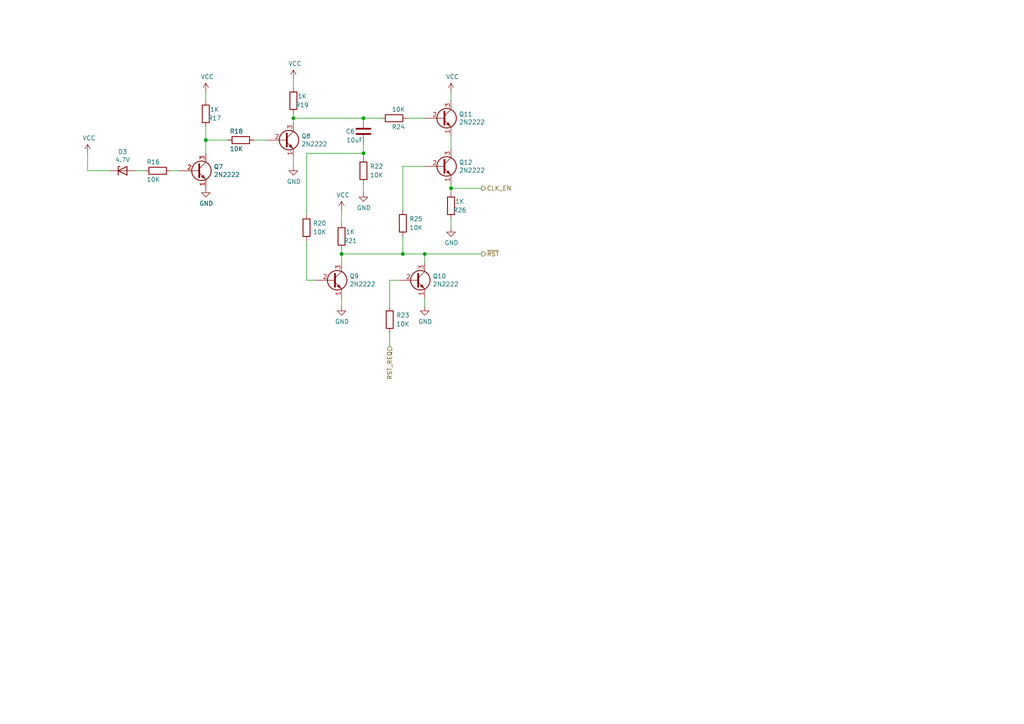
<source format=kicad_sch>
(kicad_sch (version 20230121) (generator eeschema)
  (paper "A4")
  (lib_symbols
    (symbol "2n2222:2N2222" (pin_names (offset 0) hide)
      (property "Reference" "Q" (at 5.08 1.905 0))
      (property "Value" "2N2222" (at 5.08 0 0))
      (symbol "2N2222_0_1"
        (polyline (pts (xy 0.635 0.635) (xy 2.54 2.54)))
        (polyline (pts (xy 0.635 -0.635) (xy 2.54 -2.54) (xy 2.54 -2.54)))
        (polyline (pts (xy 0.635 1.905) (xy 0.635 -1.905) (xy 0.635 -1.905)) (stroke (width 0.508)))
        (polyline (pts (xy 1.27 -1.778) (xy 1.778 -1.27) (xy 2.286 -2.286) (xy 1.27 -1.778) (xy 1.27 -1.778)) (fill (type outline)))
        (circle (center 1.27 0) (radius 2.8194) (stroke (width 0.254)))
      )
      (symbol "2N2222_1_1"
        (pin passive line (at 2.54 -5.08 90) (length 2.54) (name "E") (number "1"))
        (pin passive line (at -5.08 0 0) (length 5.715) (name "B") (number "2"))
        (pin passive line (at 2.54 5.08 270) (length 2.54) (name "C") (number "3"))
      )
    )
    (symbol "Device:C" (pin_numbers hide) (pin_names (offset 0.254))
      (property "Reference" "C" (at 0.635 2.54 0))
      (property "Value" "C" (at 0.635 -2.54 0))
      (symbol "C_0_1"
        (polyline (pts (xy -2.032 -0.762) (xy 2.032 -0.762)) (stroke (width 0.508)))
        (polyline (pts (xy -2.032 0.762) (xy 2.032 0.762)) (stroke (width 0.508)))
      )
      (symbol "C_1_1"
        (pin passive line (at 0 3.81 270) (length 2.794) (name "~") (number "1"))
        (pin passive line (at 0 -3.81 90) (length 2.794) (name "~") (number "2"))
      )
    )
    (symbol "Device:D_Zener" (pin_numbers hide) (pin_names (offset 1.016) hide)
      (property "Reference" "D" (at 0 2.54 0))
      (property "Value" "D_Zener" (at 0 -2.54 0))
      (symbol "D_Zener_0_1"
        (polyline (pts (xy 1.27 0) (xy -1.27 0)))
        (polyline (pts (xy -1.27 -1.27) (xy -1.27 1.27) (xy -0.762 1.27)) (stroke (width 0.254)))
        (polyline (pts (xy 1.27 -1.27) (xy 1.27 1.27) (xy -1.27 0) (xy 1.27 -1.27)) (stroke (width 0.254)))
      )
      (symbol "D_Zener_1_1"
        (pin passive line (at -3.81 0 0) (length 2.54) (name "K") (number "1"))
        (pin passive line (at 3.81 0 180) (length 2.54) (name "A") (number "2"))
      )
    )
    (symbol "Device:R" (pin_numbers hide) (pin_names (offset 0))
      (property "Reference" "R" (at 2.032 0 90))
      (property "Value" "R" (at 0 0 90))
      (symbol "R_0_1"
        (rectangle (start -1.016 -2.54) (end 1.016 2.54) (stroke (width 0.254)))
      )
      (symbol "R_1_1"
        (pin passive line (at 0 3.81 270) (length 1.27) (name "~") (number "1"))
        (pin passive line (at 0 -3.81 90) (length 1.27) (name "~") (number "2"))
      )
    )
    (symbol "power:GND" (power) (pin_names (offset 0))
      (property "Value" "GND" (at 0 -3.81 0))
      (symbol "GND_0_1"
        (polyline (pts (xy 0 0) (xy 0 -1.27) (xy 1.27 -1.27) (xy 0 -2.54) (xy -1.27 -1.27) (xy 0 -1.27)))
      )
      (symbol "GND_1_1"
        (pin power_in line (at 0 0 270) (length 0) hide (name "GND") (number "1"))
      )
    )
    (symbol "power:VCC" (power) (pin_names (offset 0))
      (property "Value" "VCC" (at 0 3.81 0))
      (symbol "VCC_0_1"
        (polyline (pts (xy -0.762 1.27) (xy 0 2.54)))
        (polyline (pts (xy 0 0) (xy 0 2.54)))
        (polyline (pts (xy 0 2.54) (xy 0.762 1.27)))
      )
      (symbol "VCC_1_1"
        (pin power_in line (at 0 0 90) (length 0) hide (name "VCC") (number "1"))
      )
    )
  )
  (junction (at 85.09 34.29))
  (junction (at 59.69 40.64))
  (junction (at 123.19 73.66))
  (junction (at 99.06 73.66))
  (junction (at 116.84 73.66))
  (junction (at 105.41 34.29))
  (junction (at 105.41 44.45))
  (junction (at 130.81 54.61))
  (wire (pts (xy 88.9 44.45) (xy 105.41 44.45)))
  (wire (pts (xy 116.84 73.66) (xy 123.19 73.66)))
  (wire (pts (xy 73.66 40.64) (xy 77.47 40.64)))
  (wire (pts (xy 39.37 49.53) (xy 41.91 49.53)))
  (wire (pts (xy 99.06 73.66) (xy 116.84 73.66)))
  (wire (pts (xy 88.9 62.23) (xy 88.9 44.45)))
  (wire (pts (xy 123.19 73.66) (xy 139.7 73.66)))
  (wire (pts (xy 105.41 44.45) (xy 105.41 41.91)))
  (wire (pts (xy 105.41 34.29) (xy 110.49 34.29)))
  (wire (pts (xy 139.7 54.61) (xy 130.81 54.61)))
  (wire (pts (xy 130.81 66.04) (xy 130.81 63.5)))
  (wire (pts (xy 123.19 48.26) (xy 116.84 48.26)))
  (wire (pts (xy 113.03 100.33) (xy 113.03 96.52)))
  (wire (pts (xy 105.41 55.88) (xy 105.41 53.34)))
  (wire (pts (xy 130.81 55.88) (xy 130.81 54.61)))
  (wire (pts (xy 105.41 45.72) (xy 105.41 44.45)))
  (wire (pts (xy 99.06 76.2) (xy 99.06 73.66)))
  (wire (pts (xy 99.06 60.96) (xy 99.06 64.77)))
  (wire (pts (xy 116.84 48.26) (xy 116.84 60.96)))
  (wire (pts (xy 118.11 34.29) (xy 123.19 34.29)))
  (wire (pts (xy 130.81 43.18) (xy 130.81 39.37)))
  (wire (pts (xy 123.19 88.9) (xy 123.19 86.36)))
  (wire (pts (xy 31.75 49.53) (xy 25.4 49.53)))
  (wire (pts (xy 59.69 40.64) (xy 59.69 44.45)))
  (wire (pts (xy 123.19 76.2) (xy 123.19 73.66)))
  (wire (pts (xy 25.4 44.45) (xy 25.4 49.53)))
  (wire (pts (xy 99.06 88.9) (xy 99.06 86.36)))
  (wire (pts (xy 85.09 34.29) (xy 85.09 33.02)))
  (wire (pts (xy 116.84 73.66) (xy 116.84 68.58)))
  (wire (pts (xy 99.06 73.66) (xy 99.06 72.39)))
  (wire (pts (xy 105.41 34.29) (xy 85.09 34.29)))
  (wire (pts (xy 85.09 25.4) (xy 85.09 22.86)))
  (wire (pts (xy 130.81 29.21) (xy 130.81 26.67)))
  (wire (pts (xy 59.69 36.83) (xy 59.69 40.64)))
  (wire (pts (xy 85.09 35.56) (xy 85.09 34.29)))
  (wire (pts (xy 115.57 81.28) (xy 113.03 81.28)))
  (wire (pts (xy 113.03 81.28) (xy 113.03 88.9)))
  (wire (pts (xy 88.9 69.85) (xy 88.9 81.28)))
  (wire (pts (xy 49.53 49.53) (xy 52.07 49.53)))
  (wire (pts (xy 85.09 45.72) (xy 85.09 48.26)))
  (wire (pts (xy 66.04 40.64) (xy 59.69 40.64)))
  (wire (pts (xy 59.69 29.21) (xy 59.69 26.67)))
  (wire (pts (xy 88.9 81.28) (xy 91.44 81.28)))
  (wire (pts (xy 130.81 54.61) (xy 130.81 53.34)))
  (hierarchical_label "CLK_EN" (shape output) (at 139.7 54.61 0))
  (hierarchical_label "~{RST}" (shape output) (at 139.7 73.66 0))
  (hierarchical_label "RST_REQ" (shape input) (at 113.03 100.33 270))
  (symbol (lib_id "Device:R") (at 59.69 33.02 180) (unit 1)
    (property "Reference" "R17" (at 62.23 34.29 0))
    (property "Value" "1K" (at 62.23 31.75 0))
    (property "Footprint" "Resistor_THT:R_Axial_DIN0309_L9.0mm_D3.2mm_P12.70mm_Horizontal" (effects hide))
  )
  (symbol (lib_id "power:VCC") (at 59.69 26.67 0) (unit 1)
    (property "Reference" "#PWR0126" (effects hide))
    (property "Value" "VCC" (at 60.1218 22.2758 0))
  )
  (symbol (lib_id "power:GND") (at 59.69 54.61 0) (unit 1)
    (property "Reference" "#PWR0127" (effects hide))
    (property "Value" "GND" (at 59.817 59.0042 0))
  )
  (symbol (lib_id "2n2222:2N2222") (at 57.15 49.53 0) (unit 1)
    (property "Reference" "Q7" (at 61.976 48.3616 0) (effects (justify left)))
    (property "Value" "2N2222" (at 61.976 50.673 0) (effects (justify left)))
    (property "Footprint" "Package_TO_SOT_THT:TO-92_Inline" (effects hide))
    (property "Datasheet" "https://www.fairchildsemi.com/datasheets/2N/2N3904.pdf" (effects hide))
  )
  (symbol (lib_id "Device:R") (at 45.72 49.53 90) (unit 1)
    (property "Reference" "R16" (at 44.45 46.99 90))
    (property "Value" "10K" (at 44.45 52.07 90))
    (property "Footprint" "Resistor_THT:R_Axial_DIN0309_L9.0mm_D3.2mm_P12.70mm_Horizontal" (effects hide))
  )
  (symbol (lib_id "power:VCC") (at 25.4 44.45 0) (unit 1)
    (property "Reference" "#PWR0128" (effects hide))
    (property "Value" "VCC" (at 25.8318 40.0558 0))
  )
  (symbol (lib_id "Device:D_Zener") (at 35.56 49.53 0) (unit 1)
    (property "Reference" "D3" (at 35.56 44.0436 0))
    (property "Value" "4.7V" (at 35.56 46.355 0))
    (property "Footprint" "Diode_THT:D_DO-35_SOD27_P7.62mm_Horizontal" (effects hide))
  )
  (symbol (lib_id "Device:R") (at 69.85 40.64 90) (unit 1)
    (property "Reference" "R18" (at 68.58 38.1 90))
    (property "Value" "10K" (at 68.58 43.18 90))
    (property "Footprint" "Resistor_THT:R_Axial_DIN0309_L9.0mm_D3.2mm_P12.70mm_Horizontal" (effects hide))
  )
  (symbol (lib_id "2n2222:2N2222") (at 82.55 40.64 0) (unit 1)
    (property "Reference" "Q8" (at 87.376 39.4716 0) (effects (justify left)))
    (property "Value" "2N2222" (at 87.376 41.783 0) (effects (justify left)))
    (property "Footprint" "Package_TO_SOT_THT:TO-92_Inline" (effects hide))
    (property "Datasheet" "https://www.fairchildsemi.com/datasheets/2N/2N3904.pdf" (effects hide))
  )
  (symbol (lib_id "power:GND") (at 85.09 48.26 0) (unit 1)
    (property "Reference" "#PWR0129" (effects hide))
    (property "Value" "GND" (at 85.217 52.6542 0))
  )
  (symbol (lib_id "Device:R") (at 85.09 29.21 180) (unit 1)
    (property "Reference" "R19" (at 87.63 30.48 0))
    (property "Value" "1K" (at 87.63 27.94 0))
    (property "Footprint" "Resistor_THT:R_Axial_DIN0309_L9.0mm_D3.2mm_P12.70mm_Horizontal" (effects hide))
  )
  (symbol (lib_id "power:VCC") (at 85.09 22.86 0) (unit 1)
    (property "Reference" "#PWR0130" (effects hide))
    (property "Value" "VCC" (at 85.5218 18.4658 0))
  )
  (symbol (lib_id "Device:C") (at 105.41 38.1 0) (unit 1)
    (property "Reference" "C6" (at 101.6 38.1 0))
    (property "Value" "10uF" (at 102.87 40.64 0))
    (property "Footprint" "Capacitor_THT:C_Disc_D4.3mm_W1.9mm_P5.00mm" (effects hide))
  )
  (symbol (lib_id "Device:R") (at 105.41 49.53 0) (unit 1)
    (property "Reference" "R22" (at 109.22 48.26 0))
    (property "Value" "10K" (at 109.22 50.8 0))
    (property "Footprint" "Resistor_THT:R_Axial_DIN0309_L9.0mm_D3.2mm_P12.70mm_Horizontal" (effects hide))
  )
  (symbol (lib_id "power:GND") (at 105.41 55.88 0) (unit 1)
    (property "Reference" "#PWR0131" (effects hide))
    (property "Value" "GND" (at 105.537 60.2742 0))
  )
  (symbol (lib_id "2n2222:2N2222") (at 128.27 34.29 0) (unit 1)
    (property "Reference" "Q11" (at 133.096 33.1216 0) (effects (justify left)))
    (property "Value" "2N2222" (at 133.096 35.433 0) (effects (justify left)))
    (property "Footprint" "Package_TO_SOT_THT:TO-92_Inline" (effects hide))
    (property "Datasheet" "https://www.fairchildsemi.com/datasheets/2N/2N3904.pdf" (effects hide))
  )
  (symbol (lib_id "2n2222:2N2222") (at 128.27 48.26 0) (unit 1)
    (property "Reference" "Q12" (at 133.096 47.0916 0) (effects (justify left)))
    (property "Value" "2N2222" (at 133.096 49.403 0) (effects (justify left)))
    (property "Footprint" "Package_TO_SOT_THT:TO-92_Inline" (effects hide))
    (property "Datasheet" "https://www.fairchildsemi.com/datasheets/2N/2N3904.pdf" (effects hide))
  )
  (symbol (lib_id "Device:R") (at 114.3 34.29 90) (unit 1)
    (property "Reference" "R24" (at 115.57 36.83 90))
    (property "Value" "10K" (at 115.57 31.75 90))
    (property "Footprint" "Resistor_THT:R_Axial_DIN0309_L9.0mm_D3.2mm_P12.70mm_Horizontal" (effects hide))
  )
  (symbol (lib_id "power:VCC") (at 130.81 26.67 0) (unit 1)
    (property "Reference" "#PWR0132" (effects hide))
    (property "Value" "VCC" (at 131.2418 22.2758 0))
  )
  (symbol (lib_id "power:GND") (at 130.81 66.04 0) (unit 1)
    (property "Reference" "#PWR0133" (effects hide))
    (property "Value" "GND" (at 130.937 70.4342 0))
  )
  (symbol (lib_id "Device:R") (at 130.81 59.69 180) (unit 1)
    (property "Reference" "R26" (at 133.35 60.96 0))
    (property "Value" "1K" (at 133.35 58.42 0))
    (property "Footprint" "Resistor_THT:R_Axial_DIN0309_L9.0mm_D3.2mm_P12.70mm_Horizontal" (effects hide))
  )
  (symbol (lib_id "Device:R") (at 99.06 68.58 180) (unit 1)
    (property "Reference" "R21" (at 101.6 69.85 0))
    (property "Value" "1K" (at 101.6 67.31 0))
    (property "Footprint" "Resistor_THT:R_Axial_DIN0309_L9.0mm_D3.2mm_P12.70mm_Horizontal" (effects hide))
  )
  (symbol (lib_id "2n2222:2N2222") (at 96.52 81.28 0) (unit 1)
    (property "Reference" "Q9" (at 101.346 80.1116 0) (effects (justify left)))
    (property "Value" "2N2222" (at 101.346 82.423 0) (effects (justify left)))
    (property "Footprint" "Package_TO_SOT_THT:TO-92_Inline" (effects hide))
    (property "Datasheet" "https://www.fairchildsemi.com/datasheets/2N/2N3904.pdf" (effects hide))
  )
  (symbol (lib_id "power:VCC") (at 99.06 60.96 0) (unit 1)
    (property "Reference" "#PWR0134" (effects hide))
    (property "Value" "VCC" (at 99.4918 56.5658 0))
  )
  (symbol (lib_id "Device:R") (at 116.84 64.77 0) (unit 1)
    (property "Reference" "R25" (at 120.65 63.5 0))
    (property "Value" "10K" (at 120.65 66.04 0))
    (property "Footprint" "Resistor_THT:R_Axial_DIN0309_L9.0mm_D3.2mm_P12.70mm_Horizontal" (effects hide))
  )
  (symbol (lib_id "power:GND") (at 99.06 88.9 0) (unit 1)
    (property "Reference" "#PWR0135" (effects hide))
    (property "Value" "GND" (at 99.187 93.2942 0))
  )
  (symbol (lib_id "Device:R") (at 88.9 66.04 0) (unit 1)
    (property "Reference" "R20" (at 92.71 64.77 0))
    (property "Value" "10K" (at 92.71 67.31 0))
    (property "Footprint" "Resistor_THT:R_Axial_DIN0309_L9.0mm_D3.2mm_P12.70mm_Horizontal" (effects hide))
  )
  (symbol (lib_id "2n2222:2N2222") (at 120.65 81.28 0) (unit 1)
    (property "Reference" "Q10" (at 125.476 80.1116 0) (effects (justify left)))
    (property "Value" "2N2222" (at 125.476 82.423 0) (effects (justify left)))
    (property "Footprint" "Package_TO_SOT_THT:TO-92_Inline" (effects hide))
    (property "Datasheet" "https://www.fairchildsemi.com/datasheets/2N/2N3904.pdf" (effects hide))
  )
  (symbol (lib_id "power:GND") (at 123.19 88.9 0) (unit 1)
    (property "Reference" "#PWR0136" (effects hide))
    (property "Value" "GND" (at 123.317 93.2942 0))
  )
  (symbol (lib_id "Device:R") (at 113.03 92.71 0) (unit 1)
    (property "Reference" "R23" (at 116.84 91.44 0))
    (property "Value" "10K" (at 116.84 93.98 0))
    (property "Footprint" "Resistor_THT:R_Axial_DIN0309_L9.0mm_D3.2mm_P12.70mm_Horizontal" (effects hide))
  )
)
</source>
